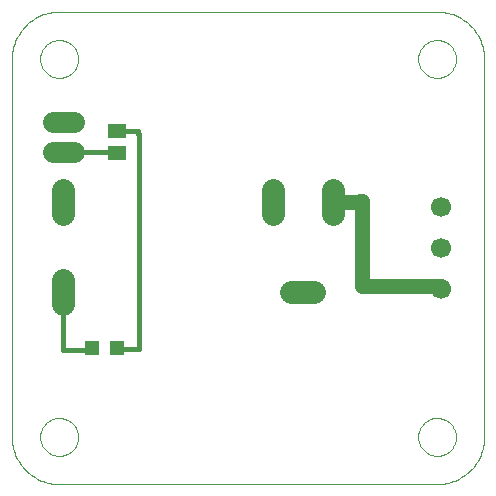
<source format=gtl>
G75*
G70*
%OFA0B0*%
%FSLAX24Y24*%
%IPPOS*%
%LPD*%
%AMOC8*
5,1,8,0,0,1.08239X$1,22.5*
%
%ADD10C,0.0780*%
%ADD11C,0.0709*%
%ADD12C,0.0669*%
%ADD13R,0.0472X0.0472*%
%ADD14R,0.0591X0.0512*%
%ADD15C,0.0000*%
%ADD16C,0.0500*%
%ADD17C,0.0160*%
D10*
X007309Y009433D02*
X007309Y010213D01*
X007309Y012433D02*
X007309Y013213D01*
X014309Y013213D02*
X014309Y012433D01*
X016309Y012433D02*
X016309Y013213D01*
X015699Y009823D02*
X014919Y009823D01*
D11*
X007684Y014486D02*
X006975Y014486D01*
X006975Y015486D02*
X007684Y015486D01*
D12*
X019919Y012671D03*
X019919Y011293D03*
X019919Y009915D03*
D13*
X009113Y007948D03*
X008286Y007948D03*
D14*
X009104Y014442D03*
X009104Y015190D03*
D15*
X005612Y017589D02*
X005612Y004990D01*
X006557Y004990D02*
X006559Y005040D01*
X006565Y005090D01*
X006575Y005139D01*
X006589Y005187D01*
X006606Y005234D01*
X006627Y005279D01*
X006652Y005323D01*
X006680Y005364D01*
X006712Y005403D01*
X006746Y005440D01*
X006783Y005474D01*
X006823Y005504D01*
X006865Y005531D01*
X006909Y005555D01*
X006955Y005576D01*
X007002Y005592D01*
X007050Y005605D01*
X007100Y005614D01*
X007149Y005619D01*
X007200Y005620D01*
X007250Y005617D01*
X007299Y005610D01*
X007348Y005599D01*
X007396Y005584D01*
X007442Y005566D01*
X007487Y005544D01*
X007530Y005518D01*
X007571Y005489D01*
X007610Y005457D01*
X007646Y005422D01*
X007678Y005384D01*
X007708Y005344D01*
X007735Y005301D01*
X007758Y005257D01*
X007777Y005211D01*
X007793Y005163D01*
X007805Y005114D01*
X007813Y005065D01*
X007817Y005015D01*
X007817Y004965D01*
X007813Y004915D01*
X007805Y004866D01*
X007793Y004817D01*
X007777Y004769D01*
X007758Y004723D01*
X007735Y004679D01*
X007708Y004636D01*
X007678Y004596D01*
X007646Y004558D01*
X007610Y004523D01*
X007571Y004491D01*
X007530Y004462D01*
X007487Y004436D01*
X007442Y004414D01*
X007396Y004396D01*
X007348Y004381D01*
X007299Y004370D01*
X007250Y004363D01*
X007200Y004360D01*
X007149Y004361D01*
X007100Y004366D01*
X007050Y004375D01*
X007002Y004388D01*
X006955Y004404D01*
X006909Y004425D01*
X006865Y004449D01*
X006823Y004476D01*
X006783Y004506D01*
X006746Y004540D01*
X006712Y004577D01*
X006680Y004616D01*
X006652Y004657D01*
X006627Y004701D01*
X006606Y004746D01*
X006589Y004793D01*
X006575Y004841D01*
X006565Y004890D01*
X006559Y004940D01*
X006557Y004990D01*
X005612Y004990D02*
X005614Y004913D01*
X005620Y004836D01*
X005629Y004759D01*
X005642Y004683D01*
X005659Y004607D01*
X005680Y004533D01*
X005704Y004459D01*
X005732Y004387D01*
X005763Y004317D01*
X005798Y004248D01*
X005836Y004180D01*
X005877Y004115D01*
X005922Y004052D01*
X005970Y003991D01*
X006020Y003932D01*
X006073Y003876D01*
X006129Y003823D01*
X006188Y003773D01*
X006249Y003725D01*
X006312Y003680D01*
X006377Y003639D01*
X006445Y003601D01*
X006514Y003566D01*
X006584Y003535D01*
X006656Y003507D01*
X006730Y003483D01*
X006804Y003462D01*
X006880Y003445D01*
X006956Y003432D01*
X007033Y003423D01*
X007110Y003417D01*
X007187Y003415D01*
X007187Y003416D02*
X019785Y003416D01*
X019155Y004990D02*
X019157Y005040D01*
X019163Y005090D01*
X019173Y005139D01*
X019187Y005187D01*
X019204Y005234D01*
X019225Y005279D01*
X019250Y005323D01*
X019278Y005364D01*
X019310Y005403D01*
X019344Y005440D01*
X019381Y005474D01*
X019421Y005504D01*
X019463Y005531D01*
X019507Y005555D01*
X019553Y005576D01*
X019600Y005592D01*
X019648Y005605D01*
X019698Y005614D01*
X019747Y005619D01*
X019798Y005620D01*
X019848Y005617D01*
X019897Y005610D01*
X019946Y005599D01*
X019994Y005584D01*
X020040Y005566D01*
X020085Y005544D01*
X020128Y005518D01*
X020169Y005489D01*
X020208Y005457D01*
X020244Y005422D01*
X020276Y005384D01*
X020306Y005344D01*
X020333Y005301D01*
X020356Y005257D01*
X020375Y005211D01*
X020391Y005163D01*
X020403Y005114D01*
X020411Y005065D01*
X020415Y005015D01*
X020415Y004965D01*
X020411Y004915D01*
X020403Y004866D01*
X020391Y004817D01*
X020375Y004769D01*
X020356Y004723D01*
X020333Y004679D01*
X020306Y004636D01*
X020276Y004596D01*
X020244Y004558D01*
X020208Y004523D01*
X020169Y004491D01*
X020128Y004462D01*
X020085Y004436D01*
X020040Y004414D01*
X019994Y004396D01*
X019946Y004381D01*
X019897Y004370D01*
X019848Y004363D01*
X019798Y004360D01*
X019747Y004361D01*
X019698Y004366D01*
X019648Y004375D01*
X019600Y004388D01*
X019553Y004404D01*
X019507Y004425D01*
X019463Y004449D01*
X019421Y004476D01*
X019381Y004506D01*
X019344Y004540D01*
X019310Y004577D01*
X019278Y004616D01*
X019250Y004657D01*
X019225Y004701D01*
X019204Y004746D01*
X019187Y004793D01*
X019173Y004841D01*
X019163Y004890D01*
X019157Y004940D01*
X019155Y004990D01*
X019785Y003415D02*
X019862Y003417D01*
X019939Y003423D01*
X020016Y003432D01*
X020092Y003445D01*
X020168Y003462D01*
X020242Y003483D01*
X020316Y003507D01*
X020388Y003535D01*
X020458Y003566D01*
X020527Y003601D01*
X020595Y003639D01*
X020660Y003680D01*
X020723Y003725D01*
X020784Y003773D01*
X020843Y003823D01*
X020899Y003876D01*
X020952Y003932D01*
X021002Y003991D01*
X021050Y004052D01*
X021095Y004115D01*
X021136Y004180D01*
X021174Y004248D01*
X021209Y004317D01*
X021240Y004387D01*
X021268Y004459D01*
X021292Y004533D01*
X021313Y004607D01*
X021330Y004683D01*
X021343Y004759D01*
X021352Y004836D01*
X021358Y004913D01*
X021360Y004990D01*
X021360Y017589D01*
X019155Y017589D02*
X019157Y017639D01*
X019163Y017689D01*
X019173Y017738D01*
X019187Y017786D01*
X019204Y017833D01*
X019225Y017878D01*
X019250Y017922D01*
X019278Y017963D01*
X019310Y018002D01*
X019344Y018039D01*
X019381Y018073D01*
X019421Y018103D01*
X019463Y018130D01*
X019507Y018154D01*
X019553Y018175D01*
X019600Y018191D01*
X019648Y018204D01*
X019698Y018213D01*
X019747Y018218D01*
X019798Y018219D01*
X019848Y018216D01*
X019897Y018209D01*
X019946Y018198D01*
X019994Y018183D01*
X020040Y018165D01*
X020085Y018143D01*
X020128Y018117D01*
X020169Y018088D01*
X020208Y018056D01*
X020244Y018021D01*
X020276Y017983D01*
X020306Y017943D01*
X020333Y017900D01*
X020356Y017856D01*
X020375Y017810D01*
X020391Y017762D01*
X020403Y017713D01*
X020411Y017664D01*
X020415Y017614D01*
X020415Y017564D01*
X020411Y017514D01*
X020403Y017465D01*
X020391Y017416D01*
X020375Y017368D01*
X020356Y017322D01*
X020333Y017278D01*
X020306Y017235D01*
X020276Y017195D01*
X020244Y017157D01*
X020208Y017122D01*
X020169Y017090D01*
X020128Y017061D01*
X020085Y017035D01*
X020040Y017013D01*
X019994Y016995D01*
X019946Y016980D01*
X019897Y016969D01*
X019848Y016962D01*
X019798Y016959D01*
X019747Y016960D01*
X019698Y016965D01*
X019648Y016974D01*
X019600Y016987D01*
X019553Y017003D01*
X019507Y017024D01*
X019463Y017048D01*
X019421Y017075D01*
X019381Y017105D01*
X019344Y017139D01*
X019310Y017176D01*
X019278Y017215D01*
X019250Y017256D01*
X019225Y017300D01*
X019204Y017345D01*
X019187Y017392D01*
X019173Y017440D01*
X019163Y017489D01*
X019157Y017539D01*
X019155Y017589D01*
X019785Y019164D02*
X019862Y019162D01*
X019939Y019156D01*
X020016Y019147D01*
X020092Y019134D01*
X020168Y019117D01*
X020242Y019096D01*
X020316Y019072D01*
X020388Y019044D01*
X020458Y019013D01*
X020527Y018978D01*
X020595Y018940D01*
X020660Y018899D01*
X020723Y018854D01*
X020784Y018806D01*
X020843Y018756D01*
X020899Y018703D01*
X020952Y018647D01*
X021002Y018588D01*
X021050Y018527D01*
X021095Y018464D01*
X021136Y018399D01*
X021174Y018331D01*
X021209Y018262D01*
X021240Y018192D01*
X021268Y018120D01*
X021292Y018046D01*
X021313Y017972D01*
X021330Y017896D01*
X021343Y017820D01*
X021352Y017743D01*
X021358Y017666D01*
X021360Y017589D01*
X019785Y019164D02*
X007187Y019164D01*
X006557Y017589D02*
X006559Y017639D01*
X006565Y017689D01*
X006575Y017738D01*
X006589Y017786D01*
X006606Y017833D01*
X006627Y017878D01*
X006652Y017922D01*
X006680Y017963D01*
X006712Y018002D01*
X006746Y018039D01*
X006783Y018073D01*
X006823Y018103D01*
X006865Y018130D01*
X006909Y018154D01*
X006955Y018175D01*
X007002Y018191D01*
X007050Y018204D01*
X007100Y018213D01*
X007149Y018218D01*
X007200Y018219D01*
X007250Y018216D01*
X007299Y018209D01*
X007348Y018198D01*
X007396Y018183D01*
X007442Y018165D01*
X007487Y018143D01*
X007530Y018117D01*
X007571Y018088D01*
X007610Y018056D01*
X007646Y018021D01*
X007678Y017983D01*
X007708Y017943D01*
X007735Y017900D01*
X007758Y017856D01*
X007777Y017810D01*
X007793Y017762D01*
X007805Y017713D01*
X007813Y017664D01*
X007817Y017614D01*
X007817Y017564D01*
X007813Y017514D01*
X007805Y017465D01*
X007793Y017416D01*
X007777Y017368D01*
X007758Y017322D01*
X007735Y017278D01*
X007708Y017235D01*
X007678Y017195D01*
X007646Y017157D01*
X007610Y017122D01*
X007571Y017090D01*
X007530Y017061D01*
X007487Y017035D01*
X007442Y017013D01*
X007396Y016995D01*
X007348Y016980D01*
X007299Y016969D01*
X007250Y016962D01*
X007200Y016959D01*
X007149Y016960D01*
X007100Y016965D01*
X007050Y016974D01*
X007002Y016987D01*
X006955Y017003D01*
X006909Y017024D01*
X006865Y017048D01*
X006823Y017075D01*
X006783Y017105D01*
X006746Y017139D01*
X006712Y017176D01*
X006680Y017215D01*
X006652Y017256D01*
X006627Y017300D01*
X006606Y017345D01*
X006589Y017392D01*
X006575Y017440D01*
X006565Y017489D01*
X006559Y017539D01*
X006557Y017589D01*
X005612Y017589D02*
X005614Y017666D01*
X005620Y017743D01*
X005629Y017820D01*
X005642Y017896D01*
X005659Y017972D01*
X005680Y018046D01*
X005704Y018120D01*
X005732Y018192D01*
X005763Y018262D01*
X005798Y018331D01*
X005836Y018399D01*
X005877Y018464D01*
X005922Y018527D01*
X005970Y018588D01*
X006020Y018647D01*
X006073Y018703D01*
X006129Y018756D01*
X006188Y018806D01*
X006249Y018854D01*
X006312Y018899D01*
X006377Y018940D01*
X006445Y018978D01*
X006514Y019013D01*
X006584Y019044D01*
X006656Y019072D01*
X006730Y019096D01*
X006804Y019117D01*
X006880Y019134D01*
X006956Y019147D01*
X007033Y019156D01*
X007110Y019162D01*
X007187Y019164D01*
D16*
X016309Y012823D02*
X017222Y012823D01*
X017222Y012851D01*
X017277Y012851D01*
X017277Y010033D01*
X019919Y010033D01*
X019919Y009915D01*
D17*
X009847Y007928D02*
X009113Y007928D01*
X009113Y007948D01*
X009847Y007928D02*
X009847Y015093D01*
X009819Y015093D01*
X009819Y015190D01*
X009104Y015190D01*
X009104Y014486D02*
X009104Y014442D01*
X009104Y014486D02*
X007329Y014486D01*
X007309Y009823D02*
X007304Y009823D01*
X007304Y007901D01*
X008286Y007901D01*
X008286Y007948D01*
M02*

</source>
